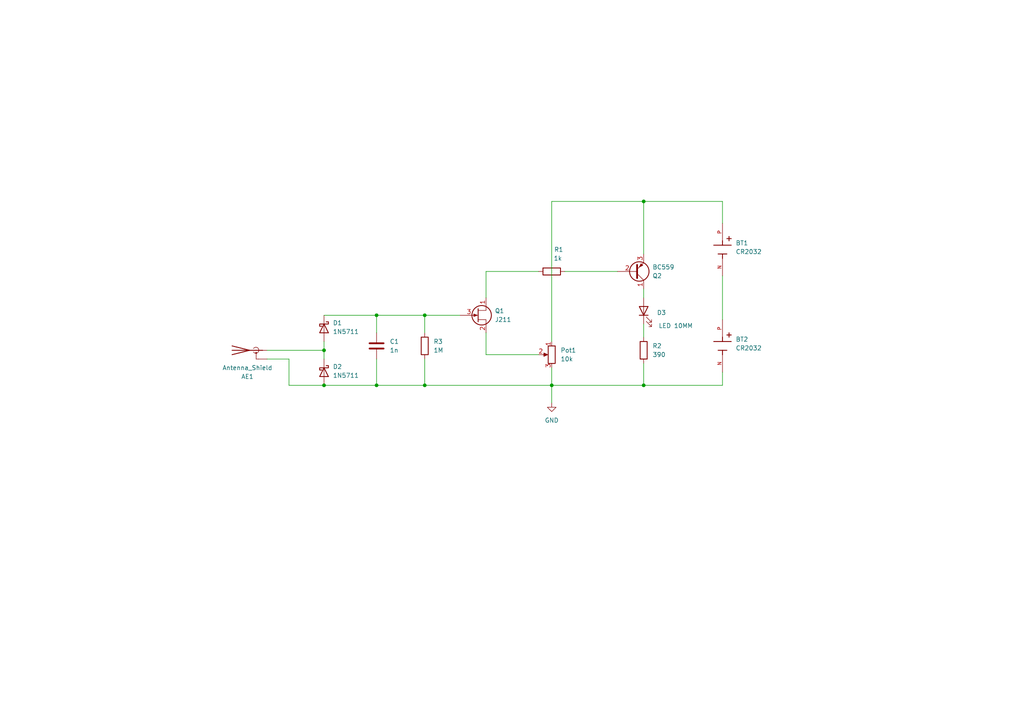
<source format=kicad_sch>
(kicad_sch (version 20231120) (generator "eeschema") (generator_version "8.0")
  (paper "A4")
  (lib_symbols
    (symbol "1066:1066" (pin_names (offset 1.016))
      (property "Reference" "BT" (at -3.81 3.81 0))
      (property "Value" "1066" (at -3.81 -5.08 0))
      (symbol "1066_0_0"
        (polyline (pts (xy -3.81 1.905) (xy -2.54 1.905)) (stroke (width 0.254)))
        (polyline (pts (xy -3.175 2.54) (xy -3.175 1.27)) (stroke (width 0.254)))
        (polyline (pts (xy -1.27 0) (xy -2.54 0)) (stroke (width 0.254)))
        (polyline (pts (xy -1.27 0) (xy -1.27 -2.54)) (stroke (width 0.254)))
        (polyline (pts (xy -1.27 2.54) (xy -1.27 0)) (stroke (width 0.254)))
        (polyline (pts (xy 1.27 0) (xy 1.27 -1.27)) (stroke (width 0.254)))
        (polyline (pts (xy 1.27 0) (xy 2.54 0)) (stroke (width 0.254)))
        (polyline (pts (xy 1.27 1.27) (xy 1.27 0)) (stroke (width 0.254)))
        (pin passive line (at 7.62 0 180) (length 5.08) (name "~") (number "N"))
        (pin passive line (at -7.62 0 0) (length 5.08) (name "~") (number "P"))
      )
    )
    (symbol "Device:Antenna_Shield" (pin_numbers hide) (pin_names (offset 1.016) hide)
      (property "Reference" "AE" (at -1.905 4.445 0))
      (property "Value" "Antenna_Shield" (at -1.905 2.54 0))
      (symbol "Antenna_Shield_0_1"
        (arc (start -0.508 -1.143) (mid -0.8429 -2.1194) (end 0 -2.667))
        (arc (start 0 -2.667) (mid 0.7989 -2.1052) (end 0.508 -1.143))
        (polyline (pts (xy 0 -2.54) (xy 0 0)))
        (polyline (pts (xy 0 5.08) (xy 0 -3.81)) (stroke (width 0.254)))
        (polyline (pts (xy 0.762 -1.905) (xy 2.54 -1.905)))
        (polyline (pts (xy 2.54 -2.54) (xy 2.54 -1.905)))
        (polyline (pts (xy 1.27 5.08) (xy 0 0) (xy -1.27 5.08)) (stroke (width 0.254)))
        (circle (center 0.762 -1.905) (radius 0.1778) (fill (type outline)))
      )
      (symbol "Antenna_Shield_1_1"
        (pin input line (at 0 -5.08 90) (length 2.54) (name "A") (number "1"))
        (pin input line (at 2.54 -5.08 90) (length 2.54) (name "Shield") (number "2"))
      )
    )
    (symbol "Device:C" (pin_numbers hide) (pin_names (offset 0.254))
      (property "Reference" "C" (at 0.635 2.54 0))
      (property "Value" "C" (at 0.635 -2.54 0))
      (symbol "C_0_1"
        (polyline (pts (xy -2.032 -0.762) (xy 2.032 -0.762)) (stroke (width 0.508)))
        (polyline (pts (xy -2.032 0.762) (xy 2.032 0.762)) (stroke (width 0.508)))
      )
      (symbol "C_1_1"
        (pin passive line (at 0 3.81 270) (length 2.794) (name "~") (number "1"))
        (pin passive line (at 0 -3.81 90) (length 2.794) (name "~") (number "2"))
      )
    )
    (symbol "Device:LED" (pin_numbers hide) (pin_names (offset 1.016) hide)
      (property "Reference" "D" (at 0 2.54 0))
      (property "Value" "LED" (at 0 -2.54 0))
      (symbol "LED_0_1"
        (polyline (pts (xy -1.27 -1.27) (xy -1.27 1.27)) (stroke (width 0.254)))
        (polyline (pts (xy -1.27 0) (xy 1.27 0)))
        (polyline (pts (xy 1.27 -1.27) (xy 1.27 1.27) (xy -1.27 0) (xy 1.27 -1.27)) (stroke (width 0.254)))
        (polyline (pts (xy -3.048 -0.762) (xy -4.572 -2.286) (xy -3.81 -2.286) (xy -4.572 -2.286) (xy -4.572 -1.524)))
        (polyline (pts (xy -1.778 -0.762) (xy -3.302 -2.286) (xy -2.54 -2.286) (xy -3.302 -2.286) (xy -3.302 -1.524)))
      )
      (symbol "LED_1_1"
        (pin passive line (at -3.81 0 0) (length 2.54) (name "K") (number "1"))
        (pin passive line (at 3.81 0 180) (length 2.54) (name "A") (number "2"))
      )
    )
    (symbol "Device:Q_NJFET_DSG" (pin_names (offset 0) hide)
      (property "Reference" "Q" (at 5.08 1.27 0))
      (property "Value" "Q_NJFET_DSG" (at 5.08 -1.27 0))
      (symbol "Q_NJFET_DSG_0_1"
        (polyline (pts (xy 0.254 1.905) (xy 0.254 -1.905) (xy 0.254 -1.905)) (stroke (width 0.254)))
        (polyline (pts (xy 2.54 -2.54) (xy 2.54 -1.27) (xy 0.254 -1.27)))
        (polyline (pts (xy 2.54 2.54) (xy 2.54 1.397) (xy 0.254 1.397)))
        (polyline (pts (xy 0 0) (xy -1.016 0.381) (xy -1.016 -0.381) (xy 0 0)) (fill (type outline)))
        (circle (center 1.27 0) (radius 2.8194) (stroke (width 0.254)))
      )
      (symbol "Q_NJFET_DSG_1_1"
        (pin passive line (at 2.54 5.08 270) (length 2.54) (name "D") (number "1"))
        (pin passive line (at 2.54 -5.08 90) (length 2.54) (name "S") (number "2"))
        (pin input line (at -5.08 0 0) (length 5.334) (name "G") (number "3"))
      )
    )
    (symbol "Device:R" (pin_numbers hide) (pin_names (offset 0))
      (property "Reference" "R" (at 2.032 0 90))
      (property "Value" "R" (at 0 0 90))
      (symbol "R_0_1"
        (rectangle (start -1.016 -2.54) (end 1.016 2.54) (stroke (width 0.254)))
      )
      (symbol "R_1_1"
        (pin passive line (at 0 3.81 270) (length 1.27) (name "~") (number "1"))
        (pin passive line (at 0 -3.81 90) (length 1.27) (name "~") (number "2"))
      )
    )
    (symbol "Device:R_Potentiometer" (pin_names (offset 1.016) hide)
      (property "Reference" "RV" (at -4.445 0 90))
      (property "Value" "R_Potentiometer" (at -2.54 0 90))
      (symbol "R_Potentiometer_0_1"
        (polyline (pts (xy 2.54 0) (xy 1.524 0)))
        (polyline (pts (xy 1.143 0) (xy 2.286 0.508) (xy 2.286 -0.508) (xy 1.143 0)) (fill (type outline)))
        (rectangle (start 1.016 2.54) (end -1.016 -2.54) (stroke (width 0.254)))
      )
      (symbol "R_Potentiometer_1_1"
        (pin passive line (at 0 3.81 270) (length 1.27) (name "1") (number "1"))
        (pin passive line (at 3.81 0 180) (length 1.27) (name "2") (number "2"))
        (pin passive line (at 0 -3.81 90) (length 1.27) (name "3") (number "3"))
      )
    )
    (symbol "Diode:1N5711" (pin_numbers hide) (pin_names (offset 1.016) hide)
      (property "Reference" "D" (at 0 2.54 0))
      (property "Value" "1N5711" (at 0 -2.54 0))
      (symbol "1N5711_0_1"
        (polyline (pts (xy 1.27 0) (xy -1.27 0)))
        (polyline (pts (xy 1.27 1.27) (xy 1.27 -1.27) (xy -1.27 0) (xy 1.27 1.27)) (stroke (width 0.254)))
        (polyline (pts (xy -1.905 0.635) (xy -1.905 1.27) (xy -1.27 1.27) (xy -1.27 -1.27) (xy -0.635 -1.27) (xy -0.635 -0.635)) (stroke (width 0.254)))
      )
      (symbol "1N5711_1_1"
        (pin passive line (at -3.81 0 0) (length 2.54) (name "K") (number "1"))
        (pin passive line (at 3.81 0 180) (length 2.54) (name "A") (number "2"))
      )
    )
    (symbol "Transistor_BJT:BC559" (pin_names (offset 0) hide)
      (property "Reference" "Q" (at 5.08 1.905 0))
      (property "Value" "BC559" (at 5.08 0 0))
      (symbol "BC559_0_1"
        (polyline (pts (xy 0.635 0.635) (xy 2.54 2.54)))
        (polyline (pts (xy 0.635 -0.635) (xy 2.54 -2.54) (xy 2.54 -2.54)))
        (polyline (pts (xy 0.635 1.905) (xy 0.635 -1.905) (xy 0.635 -1.905)) (stroke (width 0.508)))
        (polyline (pts (xy 2.286 -1.778) (xy 1.778 -2.286) (xy 1.27 -1.27) (xy 2.286 -1.778) (xy 2.286 -1.778)) (fill (type outline)))
        (circle (center 1.27 0) (radius 2.8194) (stroke (width 0.254)))
      )
      (symbol "BC559_1_1"
        (pin passive line (at 2.54 5.08 270) (length 2.54) (name "C") (number "1"))
        (pin input line (at -5.08 0 0) (length 5.715) (name "B") (number "2"))
        (pin passive line (at 2.54 -5.08 90) (length 2.54) (name "E") (number "3"))
      )
    )
    (symbol "power:GND" (power) (pin_numbers hide) (pin_names (offset 0) hide)
      (property "Value" "GND" (at 0 -3.81 0))
      (symbol "GND_0_1"
        (polyline (pts (xy 0 0) (xy 0 -1.27) (xy 1.27 -1.27) (xy 0 -2.54) (xy -1.27 -1.27) (xy 0 -1.27)))
      )
      (symbol "GND_1_1"
        (pin power_in line (at 0 0 270) (length 0) (name "~") (number "1"))
      )
    )
  )
  (junction (at 123.19 91.44))
  (junction (at 93.98 111.76))
  (junction (at 109.22 91.44))
  (junction (at 186.69 111.76))
  (junction (at 186.69 58.42))
  (junction (at 93.98 101.6))
  (junction (at 160.02 111.76))
  (junction (at 123.19 111.76))
  (junction (at 109.22 111.76))
  (wire (pts (xy 93.98 91.44) (xy 109.22 91.44)))
  (wire (pts (xy 163.83 78.74) (xy 179.07 78.74)))
  (wire (pts (xy 93.98 99.06) (xy 93.98 101.6)))
  (wire (pts (xy 186.69 105.41) (xy 186.69 111.76)))
  (wire (pts (xy 186.69 58.42) (xy 186.69 73.66)))
  (wire (pts (xy 109.22 96.52) (xy 109.22 91.44)))
  (wire (pts (xy 186.69 111.76) (xy 209.55 111.76)))
  (wire (pts (xy 209.55 107.95) (xy 209.55 111.76)))
  (wire (pts (xy 109.22 91.44) (xy 123.19 91.44)))
  (wire (pts (xy 156.21 78.74) (xy 140.97 78.74)))
  (wire (pts (xy 186.69 93.98) (xy 186.69 97.79)))
  (wire (pts (xy 186.69 58.42) (xy 160.02 58.42)))
  (wire (pts (xy 93.98 101.6) (xy 93.98 104.14)))
  (wire (pts (xy 93.98 111.76) (xy 109.22 111.76)))
  (wire (pts (xy 209.55 80.01) (xy 209.55 92.71)))
  (wire (pts (xy 77.47 104.14) (xy 83.82 104.14)))
  (wire (pts (xy 109.22 111.76) (xy 123.19 111.76)))
  (wire (pts (xy 140.97 102.87) (xy 156.21 102.87)))
  (wire (pts (xy 83.82 104.14) (xy 83.82 111.76)))
  (wire (pts (xy 160.02 111.76) (xy 160.02 116.84)))
  (wire (pts (xy 160.02 111.76) (xy 186.69 111.76)))
  (wire (pts (xy 160.02 106.68) (xy 160.02 111.76)))
  (wire (pts (xy 140.97 96.52) (xy 140.97 102.87)))
  (wire (pts (xy 109.22 104.14) (xy 109.22 111.76)))
  (wire (pts (xy 123.19 104.14) (xy 123.19 111.76)))
  (wire (pts (xy 83.82 111.76) (xy 93.98 111.76)))
  (wire (pts (xy 140.97 78.74) (xy 140.97 86.36)))
  (wire (pts (xy 123.19 111.76) (xy 160.02 111.76)))
  (wire (pts (xy 77.47 101.6) (xy 93.98 101.6)))
  (wire (pts (xy 123.19 96.52) (xy 123.19 91.44)))
  (wire (pts (xy 160.02 99.06) (xy 160.02 58.42)))
  (wire (pts (xy 123.19 91.44) (xy 133.35 91.44)))
  (wire (pts (xy 209.55 58.42) (xy 186.69 58.42)))
  (wire (pts (xy 186.69 86.36) (xy 186.69 83.82)))
  (wire (pts (xy 209.55 64.77) (xy 209.55 58.42)))
  (symbol (lib_id "Device:LED") (at 186.69 90.17 90) (unit 1)
    (property "Reference" "D3" (at 190.5 90.678 90) (effects (justify right)))
    (property "Value" "LED 10MM" (at 191.008 94.488 90) (effects (justify right)))
    (property "Footprint" "LED_THT:LED_D10.0mm" (effects (hide yes)))
    (property "Description" "Light emitting diode" (effects (hide yes)))
  )
  (symbol (lib_id "Device:C") (at 109.22 100.33 0) (unit 1)
    (property "Reference" "C1" (at 113.03 99.0599 0) (effects (justify left)))
    (property "Value" "1n" (at 113.03 101.5999 0) (effects (justify left)))
    (property "Footprint" "Capacitor_THT:C_Disc_D4.3mm_W1.9mm_P5.00mm" (effects (hide yes)))
    (property "Description" "Unpolarized capacitor" (effects (hide yes)))
  )
  (symbol (lib_id "1066:1066") (at 209.55 100.33 270) (unit 1)
    (property "Reference" "BT2" (at 213.36 98.4249 90) (effects (justify left)))
    (property "Value" "CR2032" (at 213.36 100.9649 90) (effects (justify left)))
    (property "Footprint" "CoinCellHolder:BAT_1066" (effects (hide yes)))
    (property "PARTREV" "E" (effects (hide yes)))
    (property "STANDARD" "Manufacturer Recommendations" (effects (hide yes)))
    (property "SNAPEDA_PN" "1066" (effects (hide yes)))
    (property "MAXIMUM_PACKAGE_HEIGHT" "9.8mm" (effects (hide yes)))
    (property "MANUFACTURER" "Keystone Electronics" (effects (hide yes)))
  )
  (symbol (lib_id "Device:R_Potentiometer") (at 160.02 102.87 0) (mirror y) (unit 1)
    (property "Reference" "Pot1" (at 162.56 101.5999 0) (effects (justify right)))
    (property "Value" "10k" (at 162.56 104.1399 0) (effects (justify right)))
    (property "Footprint" "Potentiometer_THT:Potentiometer_Bourns_3296X_Horizontal" (effects (hide yes)))
    (property "Description" "Potentiometer" (effects (hide yes)))
  )
  (symbol (lib_id "1066:1066") (at 209.55 72.39 270) (unit 1)
    (property "Reference" "BT1" (at 213.36 70.4849 90) (effects (justify left)))
    (property "Value" "CR2032" (at 213.36 73.0249 90) (effects (justify left)))
    (property "Footprint" "CoinCellHolder:BAT_1066" (effects (hide yes)))
    (property "PARTREV" "E" (effects (hide yes)))
    (property "STANDARD" "Manufacturer Recommendations" (effects (hide yes)))
    (property "SNAPEDA_PN" "1066" (effects (hide yes)))
    (property "MAXIMUM_PACKAGE_HEIGHT" "9.8mm" (effects (hide yes)))
    (property "MANUFACTURER" "Keystone Electronics" (effects (hide yes)))
  )
  (symbol (lib_id "Transistor_BJT:BC559") (at 184.15 78.74 0) (mirror x) (unit 1)
    (property "Reference" "Q2" (at 189.23 80.0101 0) (effects (justify left)))
    (property "Value" "BC559" (at 189.23 77.4701 0) (effects (justify left)))
    (property "Footprint" "Package_TO_SOT_THT:TO-92_Inline_Wide" (effects (hide yes)))
    (property "Datasheet" "https://www.onsemi.com/pub/Collateral/BC556BTA-D.pdf" (effects (hide yes)))
    (property "Description" "0.1A Ic, 30V Vce, PNP Small Signal Transistor, TO-92" (effects (hide yes)))
  )
  (symbol (lib_id "Device:R") (at 123.19 100.33 0) (unit 1)
    (property "Reference" "R3" (at 125.73 99.0599 0) (effects (justify left)))
    (property "Value" "1M" (at 125.73 101.5999 0) (effects (justify left)))
    (property "Footprint" "Resistor_THT:R_Axial_DIN0207_L6.3mm_D2.5mm_P7.62mm_Horizontal" (effects (hide yes)))
    (property "Description" "Resistor" (effects (hide yes)))
  )
  (symbol (lib_id "Diode:1N5711") (at 93.98 95.25 270) (unit 1)
    (property "Reference" "D1" (at 96.52 93.6624 90) (effects (justify left)))
    (property "Value" "1N5711" (at 96.52 96.2024 90) (effects (justify left)))
    (property "Footprint" "Diode_THT:D_DO-35_SOD27_P7.62mm_Horizontal" (effects (hide yes)))
    (property "Datasheet" "https://www.microsemi.com/document-portal/doc_download/8865-lds-0040-datasheet" (effects (hide yes)))
    (property "Description" "70V 33mA Schottky diode, DO-35" (effects (hide yes)))
  )
  (symbol (lib_id "Device:R") (at 160.02 78.74 90) (unit 1)
    (property "Reference" "R1" (at 162.052 72.39 90))
    (property "Value" "1k" (at 161.798 74.93 90))
    (property "Footprint" "Resistor_THT:R_Axial_DIN0207_L6.3mm_D2.5mm_P10.16mm_Horizontal" (effects (hide yes)))
    (property "Description" "Resistor" (effects (hide yes)))
  )
  (symbol (lib_id "Device:Antenna_Shield") (at 72.39 101.6 90) (mirror x) (unit 1)
    (property "Reference" "AE1" (at 71.755 109.22 90))
    (property "Value" "Antenna_Shield" (at 71.755 106.68 90))
    (property "Description" "Antenna with extra pin for shielding" (effects (hide yes)))
  )
  (symbol (lib_id "Diode:1N5711") (at 93.98 107.95 270) (unit 1)
    (property "Reference" "D2" (at 96.52 106.3624 90) (effects (justify left)))
    (property "Value" "1N5711" (at 96.52 108.9024 90) (effects (justify left)))
    (property "Footprint" "Diode_THT:D_DO-35_SOD27_P7.62mm_Horizontal" (effects (hide yes)))
    (property "Datasheet" "https://www.microsemi.com/document-portal/doc_download/8865-lds-0040-datasheet" (effects (hide yes)))
    (property "Description" "70V 33mA Schottky diode, DO-35" (effects (hide yes)))
  )
  (symbol (lib_id "Device:Q_NJFET_DSG") (at 138.43 91.44 0) (unit 1)
    (property "Reference" "Q1" (at 143.51 90.1699 0) (effects (justify left)))
    (property "Value" "J211" (at 143.51 92.7099 0) (effects (justify left)))
    (property "Description" "N-JFET transistor, drain/source/gate" (effects (hide yes)))
  )
  (symbol (lib_id "Device:R") (at 186.69 101.6 180) (unit 1)
    (property "Reference" "R2" (at 189.23 100.3299 0) (effects (justify right)))
    (property "Value" "390" (at 189.23 102.8699 0) (effects (justify right)))
    (property "Footprint" "Resistor_THT:R_Axial_DIN0207_L6.3mm_D2.5mm_P7.62mm_Horizontal" (effects (hide yes)))
    (property "Description" "Resistor" (effects (hide yes)))
  )
  (symbol (lib_id "power:GND") (at 160.02 116.84 0) (unit 1)
    (property "Reference" "#PWR02" (effects (hide yes)))
    (property "Value" "GND" (at 160.02 121.92 0))
    (property "Description" "Power symbol creates a global label with name \"GND\" , ground" (effects (hide yes)))
  )
)
</source>
